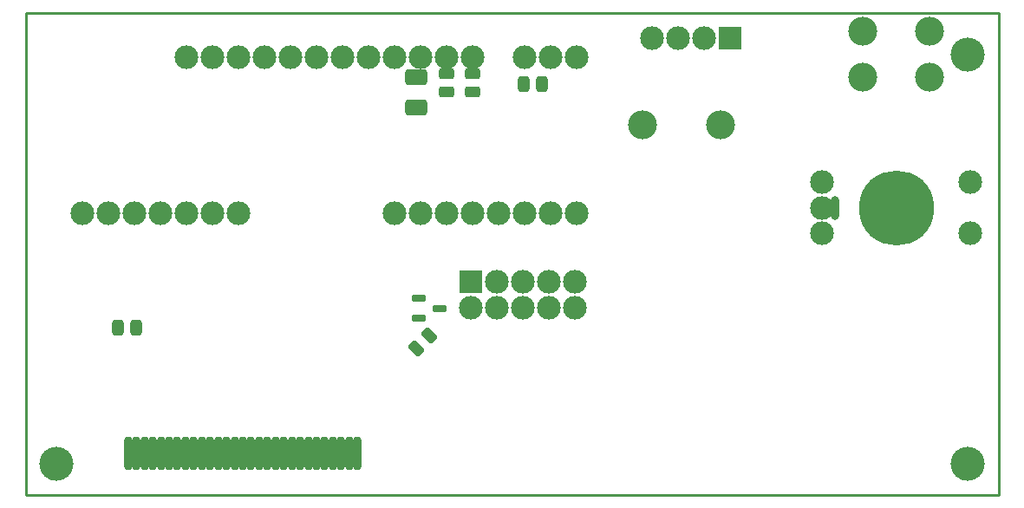
<source format=gts>
%FSDAX42Y42*%
%MOMM*%
%SFA1B1*%

%IPPOS*%
%AMD26*
4,1,8,0.779780,0.759460,-0.779780,0.759460,-1.059180,0.480060,-1.059180,-0.480060,-0.779780,-0.759460,0.779780,-0.759460,1.059180,-0.480060,1.059180,0.480060,0.779780,0.759460,0.0*
1,1,0.560000,0.779780,0.480060*
1,1,0.560000,-0.779780,0.480060*
1,1,0.560000,-0.779780,-0.480060*
1,1,0.560000,0.779780,-0.480060*
%
%AMD27*
4,1,8,-0.314960,-0.749300,0.314960,-0.749300,0.574040,-0.490220,0.574040,0.490220,0.314960,0.749300,-0.314960,0.749300,-0.574040,0.490220,-0.574040,-0.490220,-0.314960,-0.749300,0.0*
1,1,0.520000,-0.314960,-0.490220*
1,1,0.520000,0.314960,-0.490220*
1,1,0.520000,0.314960,0.490220*
1,1,0.520000,-0.314960,0.490220*
%
%AMD29*
4,1,8,0.327660,-0.731520,0.731520,-0.327660,0.731520,0.010160,0.010160,0.731520,-0.327660,0.731520,-0.731520,0.327660,-0.731520,-0.010160,-0.010160,-0.731520,0.327660,-0.731520,0.0*
1,1,0.480000,0.160020,-0.561340*
1,1,0.480000,0.561340,-0.160020*
1,1,0.480000,-0.160020,0.561340*
1,1,0.480000,-0.561340,0.160020*
%
%AMD30*
4,1,8,-0.505460,-0.350520,0.505460,-0.350520,0.675640,-0.180340,0.675640,0.180340,0.505460,0.350520,-0.505460,0.350520,-0.675640,0.180340,-0.675640,-0.180340,-0.505460,-0.350520,0.0*
1,1,0.340000,-0.505460,-0.180340*
1,1,0.340000,0.505460,-0.180340*
1,1,0.340000,0.505460,0.180340*
1,1,0.340000,-0.505460,0.180340*
%
%AMD31*
4,1,8,0.749300,-0.284480,0.749300,0.284480,0.510540,0.525780,-0.510540,0.525780,-0.749300,0.284480,-0.749300,-0.284480,-0.510540,-0.525780,0.510540,-0.525780,0.749300,-0.284480,0.0*
1,1,0.480000,0.510540,-0.284480*
1,1,0.480000,0.510540,0.284480*
1,1,0.480000,-0.510540,0.284480*
1,1,0.480000,-0.510540,-0.284480*
%
%ADD18C,0.250000*%
G04~CAMADD=26~8~0.0~0.0~834.6~598.4~110.2~0.0~15~0.0~0.0~0.0~0.0~0~0.0~0.0~0.0~0.0~0~0.0~0.0~0.0~0.0~834.6~598.4*
%ADD26D26*%
G04~CAMADD=27~8~0.0~0.0~452.8~590.6~102.4~0.0~15~0.0~0.0~0.0~0.0~0~0.0~0.0~0.0~0.0~0~0.0~0.0~0.0~180.0~452.0~590.0*
%ADD27D27*%
%ADD28O,0.819998X3.319993*%
G04~CAMADD=29~8~0.0~0.0~413.4~590.6~94.5~0.0~15~0.0~0.0~0.0~0.0~0~0.0~0.0~0.0~0.0~0~0.0~0.0~0.0~225.0~632.0~631.0*
%ADD29D29*%
G04~CAMADD=30~8~0.0~0.0~531.5~275.6~66.9~0.0~15~0.0~0.0~0.0~0.0~0~0.0~0.0~0.0~0.0~0~0.0~0.0~0.0~180.0~532.0~276.0*
%ADD30D30*%
G04~CAMADD=31~8~0.0~0.0~413.4~590.6~94.5~0.0~15~0.0~0.0~0.0~0.0~0~0.0~0.0~0.0~0.0~0~0.0~0.0~0.0~270.0~592.0~413.0*
%ADD31D31*%
%ADD32C,2.819994*%
%ADD33C,2.319995*%
%ADD34C,7.319985*%
%ADD35O,0.819998X2.319995*%
%ADD36C,3.319993*%
%ADD37R,2.319995X2.319995*%
%LN3dp-glcd-1*%
%LPD*%
G54D18*
X002499Y002499D02*
X002499Y007199D01*
X011999Y007199D01*
X011999Y002499D02*
X011999Y007199D01*
X002499Y002499D02*
X011999Y002499D01*
G54D26*
X006309Y006284D03*
X006309Y006574D03*
G54D27*
X003402Y004129D03*
X003577Y004129D03*
X007537Y006509D03*
X007361Y006509D03*
G54D28*
X003499Y002899D03*
X003579Y002899D03*
X003659Y002899D03*
X003739Y002899D03*
X004059Y002899D03*
X003979Y002899D03*
X003899Y002899D03*
X003819Y002899D03*
X004459Y002899D03*
X004539Y002899D03*
X004619Y002899D03*
X004699Y002899D03*
X004379Y002899D03*
X004299Y002899D03*
X004219Y002899D03*
X004139Y002899D03*
X005419Y002899D03*
X005499Y002899D03*
X005579Y002899D03*
X005659Y002899D03*
X005739Y002899D03*
X005099Y002899D03*
X005179Y002899D03*
X005259Y002899D03*
X005339Y002899D03*
X005019Y002899D03*
X004939Y002899D03*
X004859Y002899D03*
X004779Y002899D03*
G54D29*
X006315Y003925D03*
X006443Y004053D03*
G54D30*
X006339Y004414D03*
X006339Y004224D03*
X006539Y004319D03*
G54D31*
X006609Y006429D03*
X006609Y006609D03*
X006859Y006429D03*
X006859Y006609D03*
G54D32*
X008518Y006109D03*
X009280Y006109D03*
X011324Y006574D03*
X011324Y007024D03*
X010674Y007024D03*
X010674Y006574D03*
G54D33*
X006351Y006769D03*
X006097Y006769D03*
X010274Y005549D03*
X010274Y005299D03*
X010274Y005049D03*
X011724Y005549D03*
X011724Y005049D03*
X004065Y006769D03*
X004319Y006769D03*
X004573Y006769D03*
X004827Y006769D03*
X005081Y006769D03*
X005335Y006769D03*
X005589Y006769D03*
X005843Y006769D03*
X006859Y006769D03*
X007367Y006769D03*
X007621Y006769D03*
X007875Y006769D03*
X007875Y005245D03*
X007621Y005245D03*
X007367Y005245D03*
X007113Y005245D03*
X006859Y005245D03*
X006605Y005245D03*
X003303Y005245D03*
X003049Y005245D03*
X006351Y005245D03*
X004573Y005245D03*
X004319Y005245D03*
X004065Y005245D03*
X003811Y005245D03*
X006849Y004325D03*
X007103Y004579D03*
X007103Y004325D03*
X007357Y004579D03*
X007357Y004325D03*
X007611Y004579D03*
X007611Y004325D03*
X007865Y004579D03*
X007865Y004325D03*
X006097Y005245D03*
X009123Y006959D03*
X008869Y006959D03*
X008615Y006959D03*
X006605Y006769D03*
X003557Y005245D03*
G54D34*
X010999Y005299D03*
G54D35*
X010399Y005299D03*
G54D36*
X011699Y002799D03*
X011699Y006799D03*
X002799Y002799D03*
G54D37*
X006849Y004579D03*
X009377Y006959D03*
M02*
</source>
